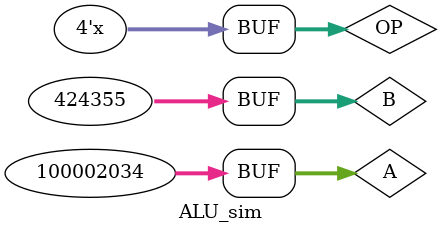
<source format=v>
`timescale 1ns / 1ps
module ALU_sim();
reg[31:0]A,B;
reg[3:0]OP;
wire[31:0]F;
wire ZF,SF,CF,OF;
ALU alu(
    OP,A,B,CF,OF,ZF,SF,F
);
initial
begin
    A=32'd100002034;B=32'd424355;
    OP=4'b0;
end
always
begin
    #100;
    OP=OP+1'b1;
end
endmodule

</source>
